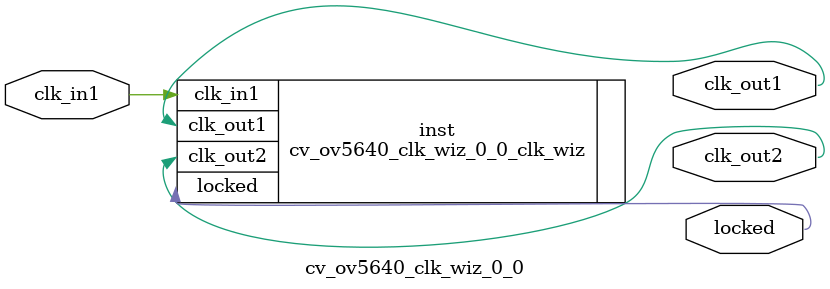
<source format=v>


`timescale 1ps/1ps

(* CORE_GENERATION_INFO = "cv_ov5640_clk_wiz_0_0,clk_wiz_v6_0_2_0_0,{component_name=cv_ov5640_clk_wiz_0_0,use_phase_alignment=true,use_min_o_jitter=false,use_max_i_jitter=false,use_dyn_phase_shift=false,use_inclk_switchover=false,use_dyn_reconfig=false,enable_axi=0,feedback_source=FDBK_AUTO,PRIMITIVE=MMCM,num_out_clk=2,clkin1_period=10.000,clkin2_period=10.000,use_power_down=false,use_reset=false,use_locked=true,use_inclk_stopped=false,feedback_type=SINGLE,CLOCK_MGR_TYPE=NA,manual_override=false}" *)

module cv_ov5640_clk_wiz_0_0 
 (
  // Clock out ports
  output        clk_out1,
  output        clk_out2,
  // Status and control signals
  output        locked,
 // Clock in ports
  input         clk_in1
 );

  cv_ov5640_clk_wiz_0_0_clk_wiz inst
  (
  // Clock out ports  
  .clk_out1(clk_out1),
  .clk_out2(clk_out2),
  // Status and control signals               
  .locked(locked),
 // Clock in ports
  .clk_in1(clk_in1)
  );

endmodule

</source>
